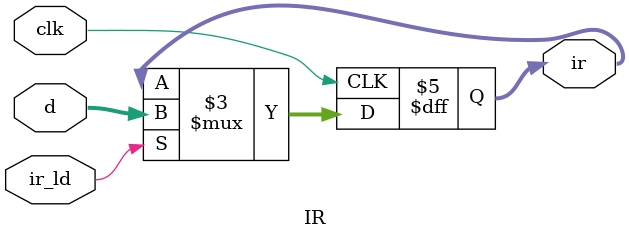
<source format=v>
module IR(clk,ir_ld,d,ir);

input clk, ir_ld;
input [7:0]d;
output [7:0]ir;

reg[7:0]ir;

always@(negedge clk) begin
	if(ir_ld == 1'b1) begin 
		ir <= d; 
	end
end
endmodule
</source>
